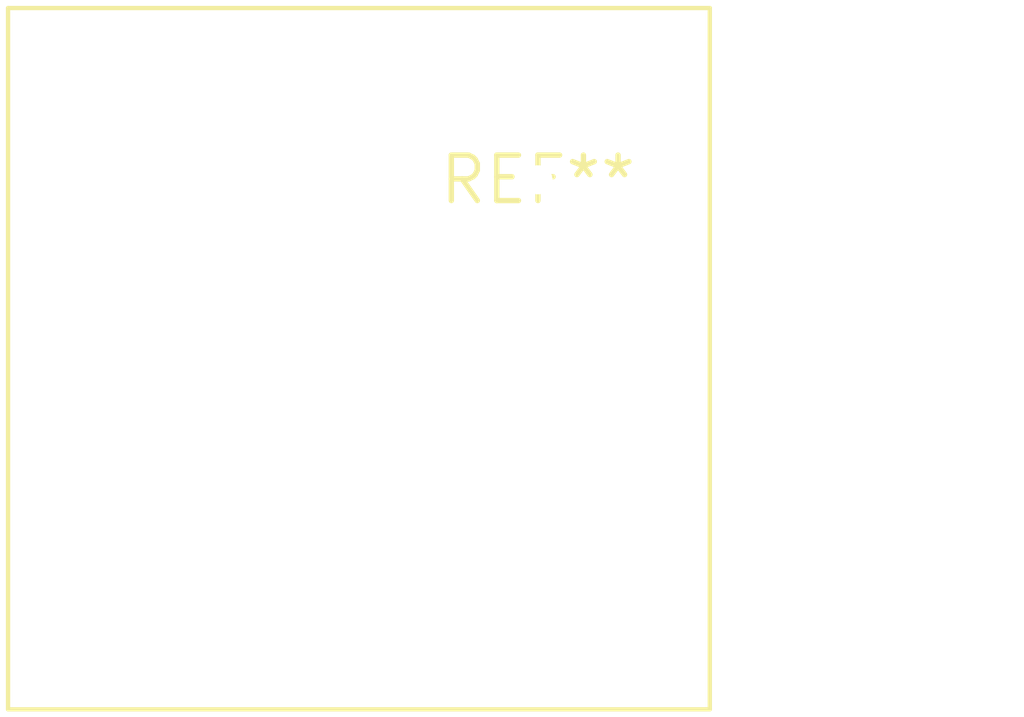
<source format=kicad_pcb>
(kicad_pcb (version 20240108) (generator pcbnew)
  (layers (0 "F.Cu" signal) (31 "B.Cu" signal) (34 "B.Paste" user) (35 "F.Paste" user) (36 "B.SilkS" user "B.Silkscreen") (37 "F.SilkS" user "F.Silkscreen") (38 "B.Mask" user) (39 "F.Mask" user) (44 "Edge.Cuts" user))
  (net 0 "")
  (footprint "Transformer_NF_ETAL_P1165" (layer "F.Cu") (at 0 0)
    (property "Reference" "REF**")
    (property "Value" "Transformer_NF_ETAL_P1165")
    (fp_line (start -14.8 -4.8) (end 4.8 -4.8) (layer "F.SilkS") (stroke (width 0.12)))
    (fp_line (start -14.8 14.8) (end -14.8 -4.8) (layer "F.SilkS") (stroke (width 0.12)))
    (fp_line (start 4.8 -4.8) (end 4.8 14.8) (layer "F.SilkS") (stroke (width 0.12)))
    (fp_line (start 4.8 14.8) (end -14.8 14.8) (layer "F.SilkS") (stroke (width 0.12)))
    (pad "1" thru_hole rect (at 0 0) (size 1.52 1.52) (drill 0.81) (layers *.Cu *.Mask) (remove_unused_layers))
    (pad "3" thru_hole circle (at 0 10) (size 1.52 1.52) (drill 0.81) (layers *.Cu *.Mask) (remove_unused_layers))
    (pad "4" thru_hole circle (at -10 10) (size 1.52 1.52) (drill 0.81) (layers *.Cu *.Mask) (remove_unused_layers))
    (pad "6" thru_hole circle (at -10 0) (size 1.52 1.52) (drill 0.81) (layers *.Cu *.Mask) (remove_unused_layers))
  )
)
</source>
